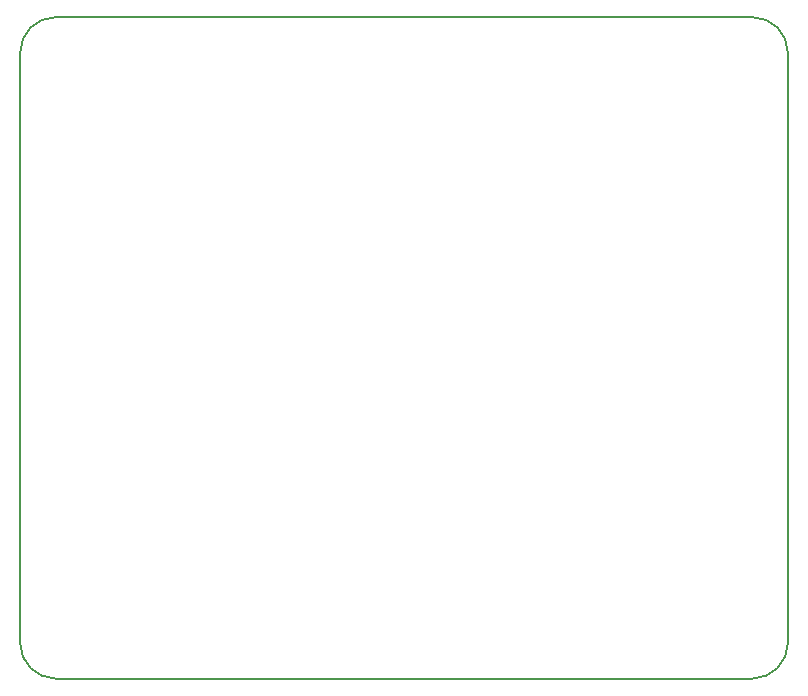
<source format=gm1>
G04 #@! TF.FileFunction,Profile,NP*
%FSLAX46Y46*%
G04 Gerber Fmt 4.6, Leading zero omitted, Abs format (unit mm)*
G04 Created by KiCad (PCBNEW 4.0.6) date Mon Apr 10 22:16:24 2017*
%MOMM*%
%LPD*%
G01*
G04 APERTURE LIST*
%ADD10C,0.100000*%
%ADD11C,0.150000*%
G04 APERTURE END LIST*
D10*
D11*
X165000000Y-103000000D02*
X165000000Y-153000000D01*
X100000000Y-103000000D02*
X100000000Y-153000000D01*
X100000000Y-153000000D02*
G75*
G03X103000000Y-156000000I3000000J0D01*
G01*
X162000000Y-156000000D02*
X103000000Y-156000000D01*
X162000000Y-156000000D02*
G75*
G03X165000000Y-153000000I0J3000000D01*
G01*
X103000000Y-100000000D02*
G75*
G03X100000000Y-103000000I0J-3000000D01*
G01*
X165000000Y-103000000D02*
G75*
G03X162000000Y-100000000I-3000000J0D01*
G01*
X103000000Y-100000000D02*
X162000000Y-100000000D01*
M02*

</source>
